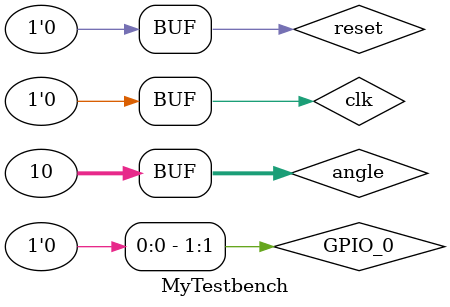
<source format=sv>
`timescale 1 ps / 1 ps

module MyTestbench();

  logic        clk;
  logic        reset;
  
  wire [33:0]	GPIO_0;
  wire [12:0]	GPIO_2;

  integer f;
	 
 

  assign GPIO_0[1] = reset;
  
  // initialize test
  initial
    begin
      reset <= 1; # 22; reset <= 0;
    end

  // generate clock to sequence tests
  always
    begin
      clk <= 1; # 1; clk <= 0; # 1;
    end
	 
	 
logic	[31:0] angle;
logic [31:0] omega;

assign angle = 32'd10;
	 
rotation_speed test(clk, reset, angle, omega);

endmodule

</source>
